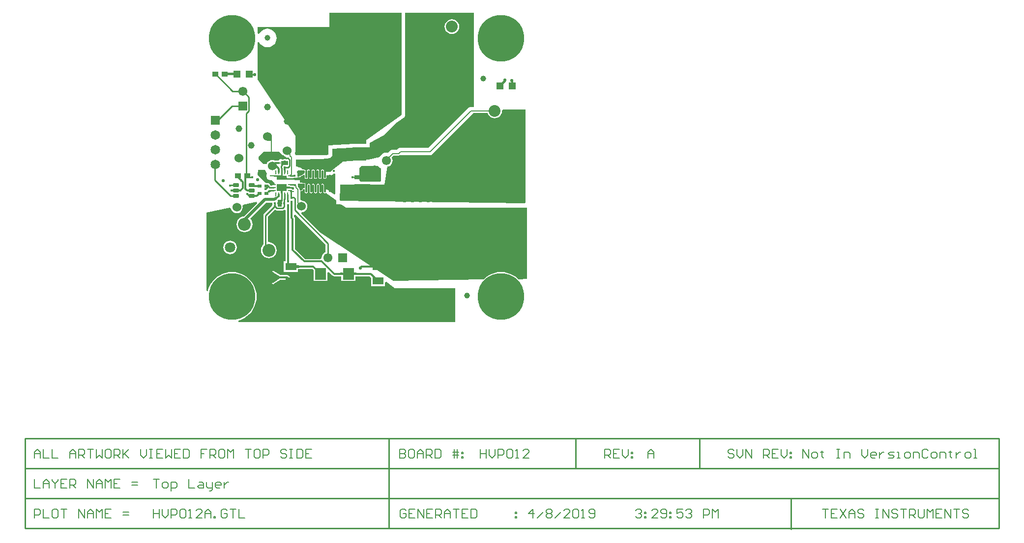
<source format=gtl>
G04*
G04 #@! TF.GenerationSoftware,Altium Limited,Altium Designer,18.1.9 (240)*
G04*
G04 Layer_Physical_Order=1*
G04 Layer_Color=255*
%FSAX25Y25*%
%MOIN*%
G70*
G01*
G75*
%ADD16C,0.01000*%
%ADD17C,0.00800*%
%ADD19C,0.00500*%
G04:AMPARAMS|DCode=28|XSize=9.84mil|YSize=23.62mil|CornerRadius=1.97mil|HoleSize=0mil|Usage=FLASHONLY|Rotation=90.000|XOffset=0mil|YOffset=0mil|HoleType=Round|Shape=RoundedRectangle|*
%AMROUNDEDRECTD28*
21,1,0.00984,0.01968,0,0,90.0*
21,1,0.00591,0.02362,0,0,90.0*
1,1,0.00394,0.00984,0.00295*
1,1,0.00394,0.00984,-0.00295*
1,1,0.00394,-0.00984,-0.00295*
1,1,0.00394,-0.00984,0.00295*
%
%ADD28ROUNDEDRECTD28*%
G04:AMPARAMS|DCode=29|XSize=9.84mil|YSize=23.62mil|CornerRadius=1.97mil|HoleSize=0mil|Usage=FLASHONLY|Rotation=0.000|XOffset=0mil|YOffset=0mil|HoleType=Round|Shape=RoundedRectangle|*
%AMROUNDEDRECTD29*
21,1,0.00984,0.01968,0,0,0.0*
21,1,0.00591,0.02362,0,0,0.0*
1,1,0.00394,0.00295,-0.00984*
1,1,0.00394,-0.00295,-0.00984*
1,1,0.00394,-0.00295,0.00984*
1,1,0.00394,0.00295,0.00984*
%
%ADD29ROUNDEDRECTD29*%
%ADD30R,0.10630X0.05118*%
%ADD31R,0.01575X0.01575*%
%ADD32R,0.03150X0.01575*%
%ADD33R,0.06300X0.05000*%
%ADD34R,0.13780X0.06299*%
%ADD35R,0.03937X0.03740*%
%ADD36R,0.01575X0.01575*%
%ADD37R,0.01575X0.03150*%
%ADD38R,0.08661X0.16535*%
%ADD40R,0.04724X0.04724*%
%ADD41C,0.03937*%
%ADD44R,0.03150X0.02362*%
%ADD45R,0.01811X0.01654*%
%ADD46R,0.10827X0.02559*%
%ADD47R,0.01654X0.01811*%
%ADD48R,0.07480X0.05118*%
%ADD49R,0.07480X0.07874*%
G04:AMPARAMS|DCode=50|XSize=23.62mil|YSize=39.37mil|CornerRadius=2.01mil|HoleSize=0mil|Usage=FLASHONLY|Rotation=90.000|XOffset=0mil|YOffset=0mil|HoleType=Round|Shape=RoundedRectangle|*
%AMROUNDEDRECTD50*
21,1,0.02362,0.03535,0,0,90.0*
21,1,0.01961,0.03937,0,0,90.0*
1,1,0.00402,0.01768,0.00980*
1,1,0.00402,0.01768,-0.00980*
1,1,0.00402,-0.01768,-0.00980*
1,1,0.00402,-0.01768,0.00980*
%
%ADD50ROUNDEDRECTD50*%
%ADD83C,0.06496*%
%ADD84R,0.06496X0.06496*%
G04:AMPARAMS|DCode=92|XSize=29.53mil|YSize=66.93mil|CornerRadius=1.92mil|HoleSize=0mil|Usage=FLASHONLY|Rotation=90.000|XOffset=0mil|YOffset=0mil|HoleType=Round|Shape=RoundedRectangle|*
%AMROUNDEDRECTD92*
21,1,0.02953,0.06309,0,0,90.0*
21,1,0.02569,0.06693,0,0,90.0*
1,1,0.00384,0.03155,0.01284*
1,1,0.00384,0.03155,-0.01284*
1,1,0.00384,-0.03155,-0.01284*
1,1,0.00384,-0.03155,0.01284*
%
%ADD92ROUNDEDRECTD92*%
G04:AMPARAMS|DCode=93|XSize=47.24mil|YSize=66.93mil|CornerRadius=1.89mil|HoleSize=0mil|Usage=FLASHONLY|Rotation=90.000|XOffset=0mil|YOffset=0mil|HoleType=Round|Shape=RoundedRectangle|*
%AMROUNDEDRECTD93*
21,1,0.04724,0.06315,0,0,90.0*
21,1,0.04347,0.06693,0,0,90.0*
1,1,0.00378,0.03158,0.02173*
1,1,0.00378,0.03158,-0.02173*
1,1,0.00378,-0.03158,-0.02173*
1,1,0.00378,-0.03158,0.02173*
%
%ADD93ROUNDEDRECTD93*%
%ADD94R,0.02362X0.02362*%
%ADD95R,0.03000X0.01000*%
%ADD96O,0.01102X0.05756*%
%ADD97O,0.01102X0.02598*%
%ADD98C,0.01200*%
%ADD99C,0.02500*%
%ADD100C,0.02000*%
%ADD101C,0.00600*%
%ADD102C,0.01500*%
%ADD103R,0.02500X0.01000*%
%ADD104R,0.03150X0.02362*%
%ADD105R,0.02362X0.03150*%
%ADD106C,0.04600*%
%ADD107C,0.06000*%
%ADD108C,0.31496*%
%ADD109R,0.07087X0.07087*%
%ADD110C,0.07087*%
%ADD111R,0.08465X0.08465*%
%ADD112C,0.08465*%
%ADD113C,0.06102*%
%ADD114R,0.06102X0.06102*%
%ADD115R,0.08465X0.08465*%
%ADD116R,0.06102X0.06102*%
%ADD117C,0.08700*%
%ADD118C,0.08000*%
%ADD119C,0.01968*%
%ADD120C,0.01700*%
%ADD121C,0.02400*%
%ADD122C,0.02200*%
G36*
X0295200Y0320742D02*
X0268176Y0301476D01*
X0245737Y0300049D01*
X0244900Y0293600D01*
X0223200D01*
Y0306400D01*
X0197700Y0344900D01*
Y0369956D01*
X0198700Y0370207D01*
X0199074Y0369508D01*
X0199855Y0368555D01*
X0200808Y0367774D01*
X0201894Y0367193D01*
X0203074Y0366835D01*
X0204300Y0366714D01*
X0205526Y0366835D01*
X0206705Y0367193D01*
X0207792Y0367774D01*
X0208745Y0368555D01*
X0209526Y0369508D01*
X0210107Y0370594D01*
X0210465Y0371774D01*
X0210586Y0373000D01*
X0210465Y0374226D01*
X0210107Y0375405D01*
X0209526Y0376492D01*
X0208745Y0377445D01*
X0207792Y0378226D01*
X0206705Y0378807D01*
X0205526Y0379165D01*
X0204300Y0379286D01*
X0203074Y0379165D01*
X0201894Y0378807D01*
X0200808Y0378226D01*
X0199855Y0377445D01*
X0199074Y0376492D01*
X0198700Y0375793D01*
X0197700Y0376044D01*
Y0380500D01*
X0246139D01*
Y0390118D01*
X0295200D01*
Y0320742D01*
D02*
G37*
G36*
X0181228Y0347700D02*
X0179214Y0347867D01*
X0177206Y0347700D01*
Y0349500D01*
X0179214Y0349333D01*
X0181228Y0349500D01*
Y0347700D01*
D02*
G37*
G36*
X0370834Y0343321D02*
X0369634Y0342838D01*
X0369379Y0343549D01*
X0370798Y0343784D01*
X0370834Y0343321D01*
D02*
G37*
G36*
X0379200Y0261412D02*
X0378488Y0260710D01*
X0253700Y0262400D01*
Y0273400D01*
X0283700D01*
X0285603Y0285680D01*
X0286158Y0285753D01*
X0287143Y0286161D01*
X0287989Y0286811D01*
X0288639Y0287657D01*
X0289047Y0288642D01*
X0289186Y0289700D01*
X0289047Y0290757D01*
X0288639Y0291743D01*
X0288468Y0291966D01*
X0289778Y0293275D01*
X0293295D01*
X0293782Y0293372D01*
X0293824Y0293400D01*
X0313200Y0293400D01*
X0315200D01*
X0343974Y0322174D01*
X0353537D01*
X0354032Y0320978D01*
X0354834Y0319934D01*
X0355878Y0319132D01*
X0357095Y0318629D01*
X0358400Y0318457D01*
X0359705Y0318629D01*
X0360922Y0319132D01*
X0361966Y0319934D01*
X0362768Y0320978D01*
X0363271Y0322195D01*
X0363443Y0323500D01*
X0363424Y0323648D01*
X0364083Y0324400D01*
X0379200D01*
Y0261412D01*
D02*
G37*
G36*
X0207242Y0303511D02*
X0206889Y0303158D01*
X0204071Y0303109D01*
X0207291Y0306329D01*
X0207242Y0303511D01*
D02*
G37*
G36*
X0344400Y0346271D02*
X0344314Y0345400D01*
X0344400Y0344529D01*
Y0326223D01*
X0342371D01*
X0342016Y0326177D01*
X0341670Y0326131D01*
X0341668Y0326131D01*
X0341666Y0326130D01*
X0341341Y0325996D01*
X0341012Y0325860D01*
X0341011Y0325859D01*
X0341009Y0325858D01*
X0340731Y0325645D01*
X0340448Y0325428D01*
X0313526Y0298573D01*
X0294645D01*
X0293953Y0298482D01*
X0293308Y0298215D01*
X0292755Y0297790D01*
X0292188Y0297223D01*
X0289250D01*
X0288558Y0297132D01*
X0287914Y0296865D01*
X0287360Y0296440D01*
X0286000Y0295080D01*
X0285100Y0295198D01*
X0283677Y0295011D01*
X0282351Y0294461D01*
X0281212Y0293588D01*
X0280338Y0292449D01*
X0280219Y0292160D01*
X0273079Y0290379D01*
X0255800Y0289100D01*
X0249197Y0284034D01*
X0248912Y0283977D01*
X0248499Y0283701D01*
X0248222Y0283288D01*
X0248222Y0283286D01*
X0246807Y0282200D01*
X0242582D01*
Y0282927D01*
X0242508Y0283298D01*
X0242298Y0283612D01*
X0241983Y0283823D01*
X0241612Y0283896D01*
X0241241Y0283823D01*
X0240926Y0283612D01*
X0240716Y0283298D01*
X0240642Y0282927D01*
Y0282200D01*
X0239432D01*
Y0282927D01*
X0239358Y0283298D01*
X0239148Y0283612D01*
X0238833Y0283823D01*
X0238462Y0283896D01*
X0238091Y0283823D01*
X0237776Y0283612D01*
X0237566Y0283298D01*
X0237492Y0282927D01*
Y0282200D01*
X0236282D01*
Y0282927D01*
X0236209Y0283298D01*
X0235998Y0283612D01*
X0235684Y0283823D01*
X0235313Y0283896D01*
X0234942Y0283823D01*
X0234627Y0283612D01*
X0234417Y0283298D01*
X0234343Y0282927D01*
Y0282200D01*
X0233133D01*
Y0282927D01*
X0233059Y0283298D01*
X0232849Y0283612D01*
X0232534Y0283823D01*
X0232163Y0283896D01*
X0231792Y0283823D01*
X0231477Y0283612D01*
X0231321Y0283379D01*
X0231151Y0283267D01*
X0230232Y0283022D01*
X0229911Y0283288D01*
X0229909Y0283298D01*
X0229699Y0283612D01*
X0229384Y0283823D01*
X0229013Y0283896D01*
X0228642Y0283823D01*
X0228466Y0283705D01*
X0227283Y0284642D01*
X0224800Y0285512D01*
Y0290405D01*
X0242030Y0290620D01*
X0243344Y0291153D01*
X0244900D01*
X0245216Y0291216D01*
X0245538Y0291237D01*
X0245664Y0291300D01*
X0248150D01*
Y0297751D01*
X0260709Y0298550D01*
X0261315D01*
Y0298588D01*
X0262282Y0298650D01*
X0273615D01*
Y0301704D01*
X0283007Y0306737D01*
X0292308Y0315675D01*
X0296620Y0318749D01*
X0296761Y0318898D01*
X0296930Y0319012D01*
X0297084Y0319243D01*
X0297275Y0319445D01*
X0297347Y0319636D01*
X0297461Y0319806D01*
X0297515Y0320078D01*
X0297613Y0320338D01*
X0297607Y0320542D01*
X0297647Y0320742D01*
Y0390118D01*
X0344400D01*
Y0346271D01*
D02*
G37*
G36*
X0214500Y0293400D02*
X0214969D01*
X0215483Y0293006D01*
X0216456Y0292603D01*
X0216616Y0292582D01*
X0217326Y0291631D01*
X0217195Y0291051D01*
X0216722Y0290843D01*
X0216000Y0290986D01*
X0215278Y0290843D01*
X0215237Y0290815D01*
Y0290599D01*
X0213126Y0290775D01*
X0212638D01*
Y0290724D01*
X0212000Y0289831D01*
X0209700D01*
X0209257Y0289743D01*
X0208644Y0289997D01*
X0207600Y0290134D01*
X0206556Y0289997D01*
X0205583Y0289594D01*
X0204747Y0288953D01*
X0204106Y0288117D01*
X0203809Y0287400D01*
X0201600D01*
X0198300Y0290700D01*
Y0292200D01*
X0201800Y0295700D01*
X0212200D01*
X0214500Y0293400D01*
D02*
G37*
G36*
X0216469Y0281880D02*
X0215469D01*
X0215370Y0284287D01*
X0216567D01*
X0216469Y0281880D01*
D02*
G37*
G36*
X0229200Y0280702D02*
X0229013Y0280739D01*
X0228642Y0280665D01*
X0228328Y0280455D01*
X0228117Y0280140D01*
X0228077Y0279939D01*
X0227625D01*
X0227274Y0279869D01*
X0226977Y0279670D01*
X0226571Y0279264D01*
X0226378Y0279303D01*
X0224506D01*
Y0281427D01*
X0224300D01*
Y0282400D01*
X0225000Y0283100D01*
X0229200D01*
Y0280702D01*
D02*
G37*
G36*
X0250340Y0280714D02*
X0250400Y0280654D01*
Y0267258D01*
X0249509Y0266804D01*
X0245360Y0269829D01*
X0245314Y0269850D01*
X0245278Y0269886D01*
X0244882Y0270050D01*
X0244494Y0270230D01*
X0244443Y0270232D01*
X0244396Y0270251D01*
X0243968D01*
X0243841Y0270256D01*
X0243798Y0270303D01*
X0243515Y0270506D01*
X0243316Y0270597D01*
X0243141Y0270728D01*
X0242886Y0270793D01*
X0242682Y0270886D01*
Y0273227D01*
X0242608Y0273598D01*
X0242398Y0273912D01*
X0242083Y0274123D01*
X0241712Y0274197D01*
X0241341Y0274123D01*
X0241026Y0273912D01*
X0240816Y0273598D01*
X0240742Y0273227D01*
X0239742Y0272676D01*
X0239532Y0272803D01*
Y0273227D01*
X0239458Y0273598D01*
X0239248Y0273912D01*
X0238933Y0274123D01*
X0238562Y0274197D01*
X0238191Y0274123D01*
X0237876Y0273912D01*
X0237666Y0273598D01*
X0237592Y0273227D01*
Y0273161D01*
X0237382Y0273038D01*
X0237080Y0273095D01*
X0236314Y0273570D01*
X0236309Y0273598D01*
X0236098Y0273912D01*
X0235784Y0274123D01*
X0235413Y0274197D01*
X0235041Y0274123D01*
X0234727Y0273912D01*
X0234517Y0273598D01*
X0234443Y0273227D01*
Y0273117D01*
X0234431Y0273092D01*
X0234233Y0272978D01*
X0233866Y0273069D01*
X0233174Y0273523D01*
X0233159Y0273598D01*
X0232949Y0273912D01*
X0232634Y0274123D01*
X0232263Y0274197D01*
X0231892Y0274123D01*
X0231577Y0273912D01*
X0231367Y0273598D01*
X0231293Y0273227D01*
Y0273037D01*
X0231292Y0273034D01*
X0231083Y0272917D01*
X0230642Y0273054D01*
X0230034Y0273474D01*
X0230009Y0273598D01*
X0229953Y0273682D01*
X0229932Y0274120D01*
X0229868Y0274257D01*
X0229814Y0274398D01*
X0229799Y0274405D01*
X0229791Y0274420D01*
X0229649Y0274471D01*
X0229512Y0274533D01*
X0226206Y0274623D01*
Y0276327D01*
X0223091D01*
X0222985Y0276341D01*
X0222937D01*
X0222258Y0277248D01*
X0222469Y0277773D01*
X0224506D01*
Y0278373D01*
X0226505D01*
X0226571Y0278831D01*
X0226687Y0278879D01*
X0226811Y0278904D01*
X0226836Y0278941D01*
X0226877Y0278958D01*
X0227253Y0279334D01*
X0227443Y0279461D01*
X0227668Y0279506D01*
X0228077D01*
X0228194Y0279554D01*
X0228318Y0279579D01*
X0228675Y0279659D01*
X0229312Y0279283D01*
X0229618Y0278994D01*
Y0278273D01*
X0229692Y0277902D01*
X0229902Y0277587D01*
X0230217Y0277377D01*
X0230588Y0277303D01*
X0230959Y0277377D01*
X0231274Y0277587D01*
X0231484Y0277902D01*
X0231558Y0278273D01*
Y0278355D01*
X0232558Y0278941D01*
X0232768Y0278823D01*
Y0278273D01*
X0232842Y0277902D01*
X0233052Y0277587D01*
X0233367Y0277377D01*
X0233738Y0277303D01*
X0234109Y0277377D01*
X0234424Y0277587D01*
X0234634Y0277902D01*
X0234708Y0278273D01*
Y0278526D01*
X0235313Y0278879D01*
X0235918Y0278526D01*
Y0278273D01*
X0235991Y0277902D01*
X0236202Y0277587D01*
X0236516Y0277377D01*
X0236887Y0277303D01*
X0237259Y0277377D01*
X0237573Y0277587D01*
X0237783Y0277902D01*
X0237857Y0278273D01*
Y0278526D01*
X0238462Y0278879D01*
X0239067Y0278526D01*
Y0278273D01*
X0239141Y0277902D01*
X0239351Y0277587D01*
X0239666Y0277377D01*
X0240037Y0277303D01*
X0240408Y0277377D01*
X0240723Y0277587D01*
X0240933Y0277902D01*
X0241007Y0278273D01*
Y0278526D01*
X0241612Y0278879D01*
X0242217Y0278526D01*
Y0278273D01*
X0242291Y0277902D01*
X0242501Y0277587D01*
X0242815Y0277377D01*
X0243187Y0277303D01*
X0243558Y0277377D01*
X0243872Y0277587D01*
X0244083Y0277902D01*
X0244156Y0278273D01*
Y0279753D01*
X0246807D01*
X0247121Y0279815D01*
X0247440Y0279836D01*
X0247585Y0279908D01*
X0247743Y0279939D01*
X0248009Y0280117D01*
X0248296Y0280258D01*
X0249400Y0281105D01*
X0250340Y0280714D01*
D02*
G37*
G36*
X0217829Y0277884D02*
X0219512Y0277853D01*
Y0276853D01*
X0217277Y0276823D01*
X0217281Y0276890D01*
X0216362Y0277235D01*
X0215343Y0276853D01*
X0214886Y0277853D01*
X0215397Y0278432D01*
X0216306Y0277256D01*
X0216362Y0277235D01*
X0216419Y0277256D01*
X0217327Y0278432D01*
X0217829Y0277884D01*
D02*
G37*
G36*
X0186827Y0277141D02*
X0185809Y0276124D01*
X0185420Y0276682D01*
X0186268Y0277531D01*
X0186827Y0277141D01*
D02*
G37*
G36*
X0280700Y0284900D02*
X0281200Y0284400D01*
Y0275900D01*
X0280700Y0275400D01*
X0267700D01*
X0266700Y0276400D01*
Y0284900D01*
X0268000Y0286200D01*
X0279400D01*
X0280700Y0284900D01*
D02*
G37*
G36*
X0187980Y0275818D02*
X0187132Y0274970D01*
X0186574Y0275359D01*
X0187591Y0276376D01*
X0187980Y0275818D01*
D02*
G37*
G36*
X0203848Y0280849D02*
X0203839Y0280836D01*
X0203653Y0279900D01*
Y0278900D01*
X0203839Y0277963D01*
X0204370Y0277170D01*
X0205164Y0276639D01*
X0206100Y0276453D01*
X0207089D01*
X0209141Y0274541D01*
X0209105Y0273732D01*
X0208435Y0273029D01*
X0206434D01*
X0206137Y0273326D01*
Y0274781D01*
X0203019D01*
X0201800Y0276000D01*
X0197750Y0280050D01*
X0198073Y0283418D01*
X0198300Y0283500D01*
X0202600D01*
X0203848Y0280849D01*
D02*
G37*
G36*
X0222401Y0273718D02*
X0222413Y0272693D01*
X0219512Y0272916D01*
Y0273916D01*
X0222401Y0273718D01*
D02*
G37*
G36*
X0229500Y0274100D02*
X0229655Y0270851D01*
X0229485Y0270965D01*
X0229113Y0271039D01*
X0228742Y0270965D01*
X0228428Y0270755D01*
X0228217Y0270440D01*
X0228168Y0270194D01*
X0227951Y0270049D01*
X0227752Y0269751D01*
X0227682Y0269400D01*
X0226200D01*
X0226174Y0269425D01*
Y0270100D01*
X0226078Y0270588D01*
X0225801Y0271001D01*
X0224806Y0271996D01*
Y0274006D01*
X0225022Y0274222D01*
X0229500Y0274100D01*
D02*
G37*
G36*
X0217670Y0272021D02*
X0219501Y0271989D01*
Y0270989D01*
X0217740Y0270958D01*
X0216974Y0270676D01*
X0216932Y0272250D01*
X0217670Y0272021D01*
D02*
G37*
G36*
X0221673Y0271691D02*
X0220976Y0270437D01*
X0220372Y0270947D01*
X0220635Y0271947D01*
X0221673Y0271691D01*
D02*
G37*
G36*
X0214489Y0266082D02*
X0213489D01*
X0213239Y0269094D01*
X0214739D01*
X0214489Y0266082D01*
D02*
G37*
G36*
X0197380Y0260864D02*
X0188354Y0251837D01*
X0187403Y0251712D01*
X0186102Y0251173D01*
X0184984Y0250316D01*
X0184127Y0249198D01*
X0183588Y0247897D01*
X0183404Y0246500D01*
X0183588Y0245103D01*
X0184127Y0243802D01*
X0184984Y0242684D01*
X0186102Y0241827D01*
X0187403Y0241288D01*
X0188800Y0241104D01*
X0190197Y0241288D01*
X0191498Y0241827D01*
X0192616Y0242684D01*
X0193473Y0243802D01*
X0194012Y0245103D01*
X0194196Y0246500D01*
X0194012Y0247897D01*
X0193473Y0249198D01*
X0192616Y0250315D01*
X0192615Y0250331D01*
X0203545Y0261261D01*
X0207663D01*
Y0259738D01*
X0207457Y0259430D01*
X0207382Y0259054D01*
X0201947Y0253619D01*
X0201616Y0253123D01*
X0201500Y0252537D01*
Y0232804D01*
X0201384Y0232716D01*
X0200527Y0231598D01*
X0199988Y0230296D01*
X0199804Y0228900D01*
X0199988Y0227503D01*
X0200527Y0226202D01*
X0201384Y0225084D01*
X0202502Y0224227D01*
X0203803Y0223688D01*
X0205200Y0223504D01*
X0206597Y0223688D01*
X0207898Y0224227D01*
X0209016Y0225084D01*
X0209873Y0226202D01*
X0210412Y0227503D01*
X0210596Y0228900D01*
X0210412Y0230296D01*
X0209873Y0231598D01*
X0209016Y0232716D01*
X0207898Y0233573D01*
X0206597Y0234112D01*
X0205200Y0234296D01*
X0204558Y0234859D01*
Y0251904D01*
X0209270Y0256616D01*
X0209529Y0256356D01*
X0210026Y0256025D01*
X0210611Y0255908D01*
X0214589D01*
X0215174Y0256025D01*
X0215569Y0256288D01*
X0216243Y0256119D01*
X0216569Y0255984D01*
Y0221380D01*
X0215421D01*
Y0214262D01*
X0224901D01*
Y0215983D01*
X0227389Y0216190D01*
X0234642D01*
X0235499Y0215333D01*
Y0207963D01*
X0244980D01*
Y0213779D01*
X0245903Y0214162D01*
X0248319Y0211746D01*
X0248848Y0211393D01*
X0249472Y0211269D01*
X0251932D01*
X0254420Y0211062D01*
Y0207963D01*
X0263901D01*
Y0211062D01*
X0266389Y0211269D01*
X0273569D01*
X0274499Y0210144D01*
Y0204420D01*
X0283980D01*
Y0207146D01*
X0284877Y0207587D01*
X0290636Y0203134D01*
X0331500Y0203134D01*
X0331500Y0180182D01*
X0184615D01*
X0184516Y0181182D01*
X0184544Y0181188D01*
X0186623Y0181894D01*
X0188592Y0182865D01*
X0190417Y0184084D01*
X0192068Y0185532D01*
X0193516Y0187182D01*
X0194735Y0189008D01*
X0195706Y0190977D01*
X0196412Y0193056D01*
X0196840Y0195209D01*
X0196984Y0197400D01*
X0196840Y0199591D01*
X0196412Y0201744D01*
X0195706Y0203823D01*
X0194735Y0205792D01*
X0193516Y0207617D01*
X0192068Y0209268D01*
X0190417Y0210716D01*
X0188592Y0211935D01*
X0186623Y0212906D01*
X0184544Y0213612D01*
X0182391Y0214040D01*
X0180200Y0214184D01*
X0178009Y0214040D01*
X0175856Y0213612D01*
X0173777Y0212906D01*
X0171808Y0211935D01*
X0169983Y0210716D01*
X0168332Y0209268D01*
X0166884Y0207617D01*
X0165665Y0205792D01*
X0164694Y0203823D01*
X0163988Y0201744D01*
X0163882Y0201213D01*
X0162882Y0201312D01*
Y0254544D01*
X0178477Y0257844D01*
X0179590Y0257057D01*
X0179603Y0256956D01*
X0180006Y0255983D01*
X0180647Y0255147D01*
X0181483Y0254506D01*
X0182456Y0254103D01*
X0183500Y0253965D01*
X0184544Y0254103D01*
X0185517Y0254506D01*
X0186353Y0255147D01*
X0186994Y0255983D01*
X0187397Y0256956D01*
X0187534Y0258000D01*
X0187397Y0259044D01*
X0187805Y0259818D01*
X0196904Y0261743D01*
X0197380Y0260864D01*
D02*
G37*
G36*
X0243671Y0232942D02*
Y0227651D01*
X0243157Y0227439D01*
X0242311Y0226789D01*
X0241661Y0225943D01*
X0241253Y0224957D01*
X0241114Y0223900D01*
X0240233Y0222931D01*
X0229976D01*
X0223031Y0229876D01*
Y0250132D01*
X0222907Y0250757D01*
X0222553Y0251286D01*
X0222431Y0251408D01*
Y0252875D01*
X0223355Y0253257D01*
X0243671Y0232942D01*
D02*
G37*
G36*
X0227489Y0218421D02*
Y0217221D01*
X0223877Y0216921D01*
Y0218721D01*
X0227489Y0218421D01*
D02*
G37*
G36*
X0268480Y0217332D02*
X0268092Y0216779D01*
X0267079Y0217792D01*
X0267632Y0218180D01*
X0268480Y0217332D01*
D02*
G37*
G36*
X0266489Y0213500D02*
Y0212300D01*
X0262877Y0212000D01*
Y0213800D01*
X0266489Y0213500D01*
D02*
G37*
G36*
X0255445Y0212000D02*
X0251833Y0212300D01*
Y0213500D01*
X0255445Y0213800D01*
Y0212000D01*
D02*
G37*
G36*
X0277879Y0210526D02*
X0275511Y0210520D01*
X0273894Y0212476D01*
X0274995Y0213071D01*
X0277879Y0210526D01*
D02*
G37*
G36*
X0229090Y0269824D02*
X0229718Y0269295D01*
Y0268573D01*
X0229792Y0268202D01*
X0230002Y0267887D01*
X0230317Y0267677D01*
X0230688Y0267603D01*
X0231059Y0267677D01*
X0231374Y0267887D01*
X0231584Y0268202D01*
X0231658Y0268573D01*
Y0269702D01*
X0231868Y0269785D01*
X0232868Y0269106D01*
Y0268573D01*
X0232942Y0268202D01*
X0233152Y0267887D01*
X0233467Y0267677D01*
X0233838Y0267603D01*
X0234209Y0267677D01*
X0234524Y0267887D01*
X0234734Y0268202D01*
X0234808Y0268573D01*
Y0269759D01*
X0235018Y0269842D01*
X0236018Y0269159D01*
Y0268573D01*
X0236091Y0268202D01*
X0236302Y0267887D01*
X0236616Y0267677D01*
X0236987Y0267603D01*
X0237358Y0267677D01*
X0237673Y0267887D01*
X0237883Y0268202D01*
X0237957Y0268573D01*
Y0269816D01*
X0238167Y0269897D01*
X0239167Y0269210D01*
Y0268573D01*
X0239241Y0268202D01*
X0239451Y0267887D01*
X0239766Y0267677D01*
X0240137Y0267603D01*
X0240508Y0267677D01*
X0240823Y0267887D01*
X0241022Y0268185D01*
X0241056Y0268210D01*
X0242003Y0268525D01*
X0242085Y0268521D01*
X0242368Y0268317D01*
X0242391Y0268202D01*
X0242601Y0267887D01*
X0242916Y0267677D01*
X0243287Y0267603D01*
X0243658Y0267677D01*
X0243918Y0267851D01*
X0250885Y0262773D01*
Y0260150D01*
X0252745D01*
X0252749Y0260149D01*
X0252764Y0260139D01*
X0253216Y0260049D01*
X0253667Y0259953D01*
X0254773Y0259938D01*
X0257700Y0257805D01*
X0380218D01*
Y0209348D01*
X0374556Y0209279D01*
X0372917Y0210716D01*
X0371092Y0211935D01*
X0369123Y0212906D01*
X0367044Y0213612D01*
X0364891Y0214040D01*
X0362700Y0214184D01*
X0360509Y0214040D01*
X0358356Y0213612D01*
X0356277Y0212906D01*
X0354308Y0211935D01*
X0352483Y0210716D01*
X0350832Y0209268D01*
X0350583Y0208984D01*
X0289543Y0208234D01*
X0239392Y0241546D01*
X0227263Y0253675D01*
X0227316Y0254055D01*
X0227654Y0254699D01*
X0228444Y0254803D01*
X0229417Y0255206D01*
X0230253Y0255847D01*
X0230894Y0256683D01*
X0231297Y0257656D01*
X0231434Y0258700D01*
X0231297Y0259744D01*
X0230894Y0260717D01*
X0230253Y0261553D01*
X0229417Y0262194D01*
X0228444Y0262597D01*
X0227400Y0262734D01*
X0226724Y0263332D01*
X0226765Y0268967D01*
X0227682D01*
X0227799Y0269015D01*
X0227923Y0269040D01*
X0227947Y0269077D01*
X0227989Y0269094D01*
X0228037Y0269210D01*
X0228107Y0269315D01*
X0228160Y0269582D01*
X0228263Y0269737D01*
X0228409Y0269834D01*
X0228409D01*
X0228434Y0269871D01*
X0228838Y0269955D01*
X0229090Y0269824D01*
D02*
G37*
%LPC*%
G36*
X0329400Y0385743D02*
X0328095Y0385571D01*
X0326878Y0385067D01*
X0325834Y0384266D01*
X0325032Y0383222D01*
X0324529Y0382005D01*
X0324357Y0380700D01*
X0324529Y0379395D01*
X0325032Y0378178D01*
X0325834Y0377134D01*
X0326878Y0376332D01*
X0328095Y0375829D01*
X0329400Y0375657D01*
X0330705Y0375829D01*
X0331922Y0376332D01*
X0332966Y0377134D01*
X0333768Y0378178D01*
X0334271Y0379395D01*
X0334443Y0380700D01*
X0334271Y0382005D01*
X0333768Y0383222D01*
X0332966Y0384266D01*
X0331922Y0385067D01*
X0330705Y0385571D01*
X0329400Y0385743D01*
D02*
G37*
G36*
X0179000Y0235382D02*
X0177814Y0235226D01*
X0176709Y0234769D01*
X0175760Y0234040D01*
X0175031Y0233091D01*
X0174574Y0231986D01*
X0174417Y0230800D01*
X0174574Y0229614D01*
X0175031Y0228509D01*
X0175760Y0227560D01*
X0176709Y0226831D01*
X0177814Y0226374D01*
X0179000Y0226217D01*
X0180186Y0226374D01*
X0181291Y0226831D01*
X0182240Y0227560D01*
X0182969Y0228509D01*
X0183426Y0229614D01*
X0183582Y0230800D01*
X0183426Y0231986D01*
X0182969Y0233091D01*
X0182240Y0234040D01*
X0181291Y0234769D01*
X0180186Y0235226D01*
X0179000Y0235382D01*
D02*
G37*
G36*
X0208212Y0214898D02*
X0208114Y0214878D01*
X0208013Y0214878D01*
X0207921Y0214840D01*
X0207822Y0214820D01*
X0207739Y0214764D01*
X0207646Y0214726D01*
X0207575Y0214655D01*
X0207491Y0214599D01*
X0207435Y0214516D01*
X0207365Y0214445D01*
X0207326Y0214352D01*
X0207270Y0214268D01*
X0207251Y0214170D01*
X0207212Y0214077D01*
X0207212Y0213977D01*
X0207193Y0213878D01*
Y0212031D01*
X0204200D01*
X0203576Y0211907D01*
X0203046Y0211553D01*
X0202693Y0211024D01*
X0202569Y0210400D01*
X0202693Y0209776D01*
X0203046Y0209246D01*
X0203576Y0208893D01*
X0204200Y0208769D01*
X0207193D01*
Y0206922D01*
X0207212Y0206823D01*
X0207212Y0206722D01*
X0207251Y0206630D01*
X0207270Y0206531D01*
X0207326Y0206448D01*
X0207365Y0206355D01*
X0207435Y0206284D01*
X0207491Y0206201D01*
X0207575Y0206145D01*
X0207646Y0206074D01*
X0207738Y0206035D01*
X0207822Y0205980D01*
X0207921Y0205960D01*
X0208013Y0205922D01*
X0208114Y0205922D01*
X0208212Y0205902D01*
X0208311Y0205922D01*
X0208411Y0205922D01*
X0208504Y0205960D01*
X0208602Y0205980D01*
X0208686Y0206035D01*
X0208779Y0206074D01*
X0212810Y0208769D01*
X0217064D01*
X0219007Y0206825D01*
X0219536Y0206471D01*
X0220161Y0206347D01*
X0220785Y0206471D01*
X0221314Y0206825D01*
X0221668Y0207354D01*
X0221792Y0207979D01*
X0221668Y0208603D01*
X0221314Y0209132D01*
X0218893Y0211553D01*
X0218364Y0211907D01*
X0217739Y0212031D01*
X0212810D01*
X0208779Y0214726D01*
X0208686Y0214764D01*
X0208602Y0214820D01*
X0208504Y0214840D01*
X0208411Y0214878D01*
X0208311Y0214878D01*
X0208212Y0214898D01*
D02*
G37*
%LPD*%
G36*
X0212518Y0211000D02*
Y0209800D01*
X0208212Y0206922D01*
Y0213878D01*
X0212518Y0211000D01*
D02*
G37*
G54D16*
X0218251Y0291300D02*
X0219362Y0290189D01*
X0216900Y0291300D02*
X0218251D01*
X0216900Y0291200D02*
Y0291300D01*
X0192600Y0348100D02*
X0195800D01*
X0205600Y0269062D02*
Y0269200D01*
X0205062Y0269000D02*
X0205300Y0268762D01*
X0203100Y0270600D02*
X0204900Y0272400D01*
X0220800Y0264796D02*
X0222124D01*
X0219501Y0269521D02*
X0220392D01*
X0212021Y0266920D02*
Y0266962D01*
X0214425Y0286925D02*
Y0288200D01*
X0208488Y0279321D02*
X0214000D01*
X0214886Y0277353D02*
X0219512D01*
X0215987Y0285000D02*
X0218151D01*
X0215958Y0266920D02*
Y0266962D01*
X0187200Y0337400D02*
X0191751Y0332849D01*
X0190750Y0278500D02*
X0194100D01*
X0190100Y0279150D02*
Y0321783D01*
Y0279150D02*
X0190750Y0278500D01*
X0216352Y0271489D02*
X0219501D01*
X0213989Y0262371D02*
Y0271489D01*
X0219512Y0273416D02*
X0222985D01*
X0204700Y0272600D02*
X0204900Y0272400D01*
X0203100Y0270400D02*
Y0270600D01*
X0204900Y0272400D02*
X0205700Y0271600D01*
X0203562Y0272600D02*
X0204700D01*
X0205300Y0268762D02*
X0205600Y0269062D01*
X0205800Y0271500D02*
X0208435D01*
X0179300Y0265900D02*
X0182647D01*
X0168700Y0276500D02*
X0179300Y0265900D01*
X0168700Y0276500D02*
Y0286400D01*
X0245412Y0288200D02*
X0245700D01*
X0209271Y0291350D02*
X0216000D01*
X0201700Y0278916D02*
Y0279880D01*
X0200100Y0281480D02*
X0201700Y0279880D01*
X0219512Y0279321D02*
X0222322D01*
X0203029Y0231071D02*
X0205200Y0228900D01*
X0203029Y0231071D02*
Y0252537D01*
X0209200Y0258709D01*
X0208435Y0271500D02*
X0208488Y0271447D01*
X0215968Y0281880D02*
Y0285019D01*
X0219512Y0277353D02*
X0221747D01*
X0221800Y0277300D01*
X0229035Y0269400D02*
X0229113Y0269321D01*
X0228600Y0269400D02*
X0229035D01*
X0222985Y0273416D02*
X0223001Y0273400D01*
X0225599D02*
X0228192D01*
X0229113Y0272479D01*
X0222322Y0279321D02*
X0222601Y0279600D01*
X0219512Y0271447D02*
X0221407D01*
X0221800Y0270800D02*
Y0271054D01*
X0221407Y0271447D02*
X0221800Y0271054D01*
Y0277300D02*
X0222273Y0277773D01*
X0226378D01*
X0203562Y0267500D02*
X0205062Y0269000D01*
X0201700Y0278916D02*
X0207200Y0273416D01*
X0214000Y0278239D02*
X0214886Y0277353D01*
X0214000Y0279321D02*
Y0281880D01*
Y0278239D02*
Y0279321D01*
X0206137Y0273650D02*
X0206371Y0273416D01*
X0206137Y0273650D02*
Y0274195D01*
X0205332Y0275000D02*
X0206137Y0274195D01*
X0203800Y0275000D02*
X0205332D01*
X0206371Y0273416D02*
X0207200D01*
X0226378Y0277773D02*
X0227625Y0279021D01*
X0229013D01*
X0242600Y0288200D02*
X0245412D01*
X0213600Y0286100D02*
X0214425Y0286925D01*
X0245200Y0223900D02*
Y0233575D01*
X0209200Y0258709D02*
Y0260549D01*
X0209450Y0260800D01*
X0215750D02*
Y0263894D01*
X0215968Y0264113D01*
Y0263381D02*
Y0264113D01*
Y0266920D01*
X0215750Y0258598D02*
Y0260800D01*
X0209200Y0258709D02*
X0209340D01*
X0210611Y0257438D01*
X0214589D01*
X0215750Y0258598D01*
X0217937Y0262559D02*
X0218200Y0262296D01*
X0217937Y0262559D02*
Y0264403D01*
X0220242Y0265158D02*
Y0268748D01*
X0219512Y0269479D02*
X0220242Y0268748D01*
X0222124Y0264796D02*
X0222824Y0264096D01*
Y0255952D02*
Y0264096D01*
Y0255952D02*
X0245200Y0233575D01*
X0217937Y0264403D02*
X0218000Y0264466D01*
Y0266857D01*
X0217937Y0266920D02*
X0218000Y0266857D01*
X0219512Y0269479D02*
X0220426D01*
X0213600Y0284963D02*
Y0286100D01*
Y0284963D02*
X0214000Y0284563D01*
Y0281880D02*
Y0284563D01*
X0206379Y0269479D02*
X0208488D01*
X0206000Y0269100D02*
X0206379Y0269479D01*
X0191751Y0323434D02*
Y0332849D01*
X0169200Y0348400D02*
X0180700Y0336900D01*
X0187700D01*
X0180200Y0326900D02*
X0187700D01*
X0170200Y0316900D02*
X0180200Y0326900D01*
X0179119Y0272900D02*
X0179359Y0273140D01*
X0182887D01*
X0182647Y0265900D02*
X0182887Y0265660D01*
X0202200Y0276600D02*
X0203800Y0275000D01*
X0202200Y0276600D02*
Y0277900D01*
X0219362Y0286211D02*
Y0290189D01*
X0218151Y0285000D02*
X0219362Y0286211D01*
X0190100Y0321783D02*
X0191751Y0323434D01*
X0365100Y0344300D02*
X0365300D01*
X0497200Y0080717D02*
Y0101050D01*
X0413200Y0080717D02*
Y0101050D01*
X0040000Y0080717D02*
X0700200D01*
X0040000Y0060383D02*
X0700000D01*
X0040000Y0040050D02*
X0440500D01*
X0040050Y0101050D02*
X0700200D01*
X0040050Y0040050D02*
Y0101050D01*
Y0040050D02*
X0197600D01*
X0040000D02*
Y0101050D01*
X0286500Y0040050D02*
Y0101050D01*
X0700200Y0040050D02*
Y0101050D01*
X0440500Y0040050D02*
X0700200D01*
X0559400Y0039400D02*
Y0059683D01*
G54D17*
X0126900Y0073549D02*
X0130899D01*
X0128899D01*
Y0067551D01*
X0133898D02*
X0135897D01*
X0136897Y0068550D01*
Y0070550D01*
X0135897Y0071549D01*
X0133898D01*
X0132898Y0070550D01*
Y0068550D01*
X0133898Y0067551D01*
X0138896Y0065551D02*
Y0071549D01*
X0141895D01*
X0142895Y0070550D01*
Y0068550D01*
X0141895Y0067551D01*
X0138896D01*
X0150892Y0073549D02*
Y0067551D01*
X0154891D01*
X0157890Y0071549D02*
X0159889D01*
X0160889Y0070550D01*
Y0067551D01*
X0157890D01*
X0156890Y0068550D01*
X0157890Y0069550D01*
X0160889D01*
X0162888Y0071549D02*
Y0068550D01*
X0163888Y0067551D01*
X0166887D01*
Y0066551D01*
X0165887Y0065551D01*
X0164888D01*
X0166887Y0067551D02*
Y0071549D01*
X0171885Y0067551D02*
X0169886D01*
X0168886Y0068550D01*
Y0070550D01*
X0169886Y0071549D01*
X0171885D01*
X0172885Y0070550D01*
Y0069550D01*
X0168886D01*
X0174884Y0071549D02*
Y0067551D01*
Y0069550D01*
X0175884Y0070550D01*
X0176884Y0071549D01*
X0177884D01*
X0567400Y0087833D02*
Y0093831D01*
X0571399Y0087833D01*
Y0093831D01*
X0574398Y0087833D02*
X0576397D01*
X0577397Y0088833D01*
Y0090832D01*
X0576397Y0091832D01*
X0574398D01*
X0573398Y0090832D01*
Y0088833D01*
X0574398Y0087833D01*
X0580396Y0092832D02*
Y0091832D01*
X0579396D01*
X0581395D01*
X0580396D01*
Y0088833D01*
X0581395Y0087833D01*
X0590393Y0093831D02*
X0592392D01*
X0591392D01*
Y0087833D01*
X0590393D01*
X0592392D01*
X0595391D02*
Y0091832D01*
X0598390D01*
X0599390Y0090832D01*
Y0087833D01*
X0607387Y0093831D02*
Y0089833D01*
X0609386Y0087833D01*
X0611386Y0089833D01*
Y0093831D01*
X0616384Y0087833D02*
X0614385D01*
X0613385Y0088833D01*
Y0090832D01*
X0614385Y0091832D01*
X0616384D01*
X0617384Y0090832D01*
Y0089833D01*
X0613385D01*
X0619383Y0091832D02*
Y0087833D01*
Y0089833D01*
X0620383Y0090832D01*
X0621383Y0091832D01*
X0622382D01*
X0625381Y0087833D02*
X0628380D01*
X0629380Y0088833D01*
X0628380Y0089833D01*
X0626381D01*
X0625381Y0090832D01*
X0626381Y0091832D01*
X0629380D01*
X0631379Y0087833D02*
X0633379D01*
X0632379D01*
Y0091832D01*
X0631379D01*
X0637377Y0087833D02*
X0639377D01*
X0640376Y0088833D01*
Y0090832D01*
X0639377Y0091832D01*
X0637377D01*
X0636378Y0090832D01*
Y0088833D01*
X0637377Y0087833D01*
X0642376D02*
Y0091832D01*
X0645375D01*
X0646374Y0090832D01*
Y0087833D01*
X0652373Y0092832D02*
X0651373Y0093831D01*
X0649373D01*
X0648374Y0092832D01*
Y0088833D01*
X0649373Y0087833D01*
X0651373D01*
X0652373Y0088833D01*
X0655372Y0087833D02*
X0657371D01*
X0658371Y0088833D01*
Y0090832D01*
X0657371Y0091832D01*
X0655372D01*
X0654372Y0090832D01*
Y0088833D01*
X0655372Y0087833D01*
X0660370D02*
Y0091832D01*
X0663369D01*
X0664369Y0090832D01*
Y0087833D01*
X0667368Y0092832D02*
Y0091832D01*
X0666368D01*
X0668367D01*
X0667368D01*
Y0088833D01*
X0668367Y0087833D01*
X0671366Y0091832D02*
Y0087833D01*
Y0089833D01*
X0672366Y0090832D01*
X0673366Y0091832D01*
X0674365D01*
X0678364Y0087833D02*
X0680364D01*
X0681363Y0088833D01*
Y0090832D01*
X0680364Y0091832D01*
X0678364D01*
X0677364Y0090832D01*
Y0088833D01*
X0678364Y0087833D01*
X0683362D02*
X0685362D01*
X0684362D01*
Y0093831D01*
X0683362D01*
X0520799Y0092832D02*
X0519799Y0093831D01*
X0517800D01*
X0516800Y0092832D01*
Y0091832D01*
X0517800Y0090832D01*
X0519799D01*
X0520799Y0089833D01*
Y0088833D01*
X0519799Y0087833D01*
X0517800D01*
X0516800Y0088833D01*
X0522798Y0093831D02*
Y0089833D01*
X0524797Y0087833D01*
X0526797Y0089833D01*
Y0093831D01*
X0528796Y0087833D02*
Y0093831D01*
X0532795Y0087833D01*
Y0093831D01*
X0540792Y0087833D02*
Y0093831D01*
X0543791D01*
X0544791Y0092832D01*
Y0090832D01*
X0543791Y0089833D01*
X0540792D01*
X0542792D02*
X0544791Y0087833D01*
X0550789Y0093831D02*
X0546790D01*
Y0087833D01*
X0550789D01*
X0546790Y0090832D02*
X0548790D01*
X0552788Y0093831D02*
Y0089833D01*
X0554788Y0087833D01*
X0556787Y0089833D01*
Y0093831D01*
X0558786Y0091832D02*
X0559786D01*
Y0090832D01*
X0558786D01*
Y0091832D01*
Y0088833D02*
X0559786D01*
Y0087833D01*
X0558786D01*
Y0088833D01*
X0433000Y0087833D02*
Y0093831D01*
X0435999D01*
X0436999Y0092832D01*
Y0090832D01*
X0435999Y0089833D01*
X0433000D01*
X0434999D02*
X0436999Y0087833D01*
X0442997Y0093831D02*
X0438998D01*
Y0087833D01*
X0442997D01*
X0438998Y0090832D02*
X0440997D01*
X0444996Y0093831D02*
Y0089833D01*
X0446995Y0087833D01*
X0448995Y0089833D01*
Y0093831D01*
X0450994Y0091832D02*
X0451994D01*
Y0090832D01*
X0450994D01*
Y0091832D01*
Y0088833D02*
X0451994D01*
Y0087833D01*
X0450994D01*
Y0088833D01*
X0126900Y0052965D02*
Y0046966D01*
Y0049966D01*
X0130899D01*
Y0052965D01*
Y0046966D01*
X0132898Y0052965D02*
Y0048966D01*
X0134897Y0046966D01*
X0136897Y0048966D01*
Y0052965D01*
X0138896Y0046966D02*
Y0052965D01*
X0141895D01*
X0142895Y0051965D01*
Y0049966D01*
X0141895Y0048966D01*
X0138896D01*
X0144894Y0051965D02*
X0145894Y0052965D01*
X0147893D01*
X0148893Y0051965D01*
Y0047966D01*
X0147893Y0046966D01*
X0145894D01*
X0144894Y0047966D01*
Y0051965D01*
X0150892Y0046966D02*
X0152892D01*
X0151892D01*
Y0052965D01*
X0150892Y0051965D01*
X0159889Y0046966D02*
X0155891D01*
X0159889Y0050965D01*
Y0051965D01*
X0158890Y0052965D01*
X0156890D01*
X0155891Y0051965D01*
X0161889Y0046966D02*
Y0050965D01*
X0163888Y0052965D01*
X0165887Y0050965D01*
Y0046966D01*
Y0049966D01*
X0161889D01*
X0167887Y0046966D02*
Y0047966D01*
X0168886D01*
Y0046966D01*
X0167887D01*
X0176884Y0051965D02*
X0175884Y0052965D01*
X0173885D01*
X0172885Y0051965D01*
Y0047966D01*
X0173885Y0046966D01*
X0175884D01*
X0176884Y0047966D01*
Y0049966D01*
X0174884D01*
X0178883Y0052965D02*
X0182882D01*
X0180883D01*
Y0046966D01*
X0184881Y0052965D02*
Y0046966D01*
X0188880D01*
X0384149D02*
Y0052965D01*
X0381150Y0049966D01*
X0385149D01*
X0387148Y0046966D02*
X0391147Y0050965D01*
X0393146Y0051965D02*
X0394146Y0052965D01*
X0396145D01*
X0397145Y0051965D01*
Y0050965D01*
X0396145Y0049966D01*
X0397145Y0048966D01*
Y0047966D01*
X0396145Y0046966D01*
X0394146D01*
X0393146Y0047966D01*
Y0048966D01*
X0394146Y0049966D01*
X0393146Y0050965D01*
Y0051965D01*
X0394146Y0049966D02*
X0396145D01*
X0399144Y0046966D02*
X0403143Y0050965D01*
X0409141Y0046966D02*
X0405142D01*
X0409141Y0050965D01*
Y0051965D01*
X0408141Y0052965D01*
X0406142D01*
X0405142Y0051965D01*
X0411140D02*
X0412140Y0052965D01*
X0414139D01*
X0415139Y0051965D01*
Y0047966D01*
X0414139Y0046966D01*
X0412140D01*
X0411140Y0047966D01*
Y0051965D01*
X0417138Y0046966D02*
X0419138D01*
X0418138D01*
Y0052965D01*
X0417138Y0051965D01*
X0422137Y0047966D02*
X0423136Y0046966D01*
X0425136D01*
X0426135Y0047966D01*
Y0051965D01*
X0425136Y0052965D01*
X0423136D01*
X0422137Y0051965D01*
Y0050965D01*
X0423136Y0049966D01*
X0426135D01*
X0298199Y0051965D02*
X0297199Y0052965D01*
X0295200D01*
X0294200Y0051965D01*
Y0047966D01*
X0295200Y0046966D01*
X0297199D01*
X0298199Y0047966D01*
Y0049966D01*
X0296199D01*
X0304197Y0052965D02*
X0300198D01*
Y0046966D01*
X0304197D01*
X0300198Y0049966D02*
X0302197D01*
X0306196Y0046966D02*
Y0052965D01*
X0310195Y0046966D01*
Y0052965D01*
X0316193D02*
X0312194D01*
Y0046966D01*
X0316193D01*
X0312194Y0049966D02*
X0314194D01*
X0318192Y0046966D02*
Y0052965D01*
X0321191D01*
X0322191Y0051965D01*
Y0049966D01*
X0321191Y0048966D01*
X0318192D01*
X0320192D02*
X0322191Y0046966D01*
X0324190D02*
Y0050965D01*
X0326190Y0052965D01*
X0328189Y0050965D01*
Y0046966D01*
Y0049966D01*
X0324190D01*
X0330188Y0052965D02*
X0334187D01*
X0332188D01*
Y0046966D01*
X0340185Y0052965D02*
X0336186D01*
Y0046966D01*
X0340185D01*
X0336186Y0049966D02*
X0338186D01*
X0342184Y0052965D02*
Y0046966D01*
X0345183D01*
X0346183Y0047966D01*
Y0051965D01*
X0345183Y0052965D01*
X0342184D01*
X0372175Y0050965D02*
X0373175D01*
Y0049966D01*
X0372175D01*
Y0050965D01*
Y0047966D02*
X0373175D01*
Y0046966D01*
X0372175D01*
Y0047966D01*
X0046350Y0087833D02*
Y0091832D01*
X0048349Y0093831D01*
X0050349Y0091832D01*
Y0087833D01*
Y0090832D01*
X0046350D01*
X0052348Y0093831D02*
Y0087833D01*
X0056347D01*
X0058346Y0093831D02*
Y0087833D01*
X0062345D01*
X0070342D02*
Y0091832D01*
X0072342Y0093831D01*
X0074341Y0091832D01*
Y0087833D01*
Y0090832D01*
X0070342D01*
X0076340Y0087833D02*
Y0093831D01*
X0079339D01*
X0080339Y0092832D01*
Y0090832D01*
X0079339Y0089833D01*
X0076340D01*
X0078340D02*
X0080339Y0087833D01*
X0082338Y0093831D02*
X0086337D01*
X0084338D01*
Y0087833D01*
X0088336Y0093831D02*
Y0087833D01*
X0090336Y0089833D01*
X0092335Y0087833D01*
Y0093831D01*
X0097334D02*
X0095334D01*
X0094335Y0092832D01*
Y0088833D01*
X0095334Y0087833D01*
X0097334D01*
X0098333Y0088833D01*
Y0092832D01*
X0097334Y0093831D01*
X0100332Y0087833D02*
Y0093831D01*
X0103332D01*
X0104331Y0092832D01*
Y0090832D01*
X0103332Y0089833D01*
X0100332D01*
X0102332D02*
X0104331Y0087833D01*
X0106331Y0093831D02*
Y0087833D01*
Y0089833D01*
X0110329Y0093831D01*
X0107330Y0090832D01*
X0110329Y0087833D01*
X0118327Y0093831D02*
Y0089833D01*
X0120326Y0087833D01*
X0122325Y0089833D01*
Y0093831D01*
X0124325D02*
X0126324D01*
X0125324D01*
Y0087833D01*
X0124325D01*
X0126324D01*
X0133322Y0093831D02*
X0129323D01*
Y0087833D01*
X0133322D01*
X0129323Y0090832D02*
X0131323D01*
X0135321Y0093831D02*
Y0087833D01*
X0137321Y0089833D01*
X0139320Y0087833D01*
Y0093831D01*
X0145318D02*
X0141319D01*
Y0087833D01*
X0145318D01*
X0141319Y0090832D02*
X0143319D01*
X0147317Y0093831D02*
Y0087833D01*
X0150316D01*
X0151316Y0088833D01*
Y0092832D01*
X0150316Y0093831D01*
X0147317D01*
X0163312D02*
X0159313D01*
Y0090832D01*
X0161313D01*
X0159313D01*
Y0087833D01*
X0165312D02*
Y0093831D01*
X0168310D01*
X0169310Y0092832D01*
Y0090832D01*
X0168310Y0089833D01*
X0165312D01*
X0167311D02*
X0169310Y0087833D01*
X0174309Y0093831D02*
X0172309D01*
X0171310Y0092832D01*
Y0088833D01*
X0172309Y0087833D01*
X0174309D01*
X0175308Y0088833D01*
Y0092832D01*
X0174309Y0093831D01*
X0177308Y0087833D02*
Y0093831D01*
X0179307Y0091832D01*
X0181306Y0093831D01*
Y0087833D01*
X0189304Y0093831D02*
X0193303D01*
X0191303D01*
Y0087833D01*
X0198301Y0093831D02*
X0196301D01*
X0195302Y0092832D01*
Y0088833D01*
X0196301Y0087833D01*
X0198301D01*
X0199301Y0088833D01*
Y0092832D01*
X0198301Y0093831D01*
X0201300Y0087833D02*
Y0093831D01*
X0204299D01*
X0205299Y0092832D01*
Y0090832D01*
X0204299Y0089833D01*
X0201300D01*
X0217295Y0092832D02*
X0216295Y0093831D01*
X0214296D01*
X0213296Y0092832D01*
Y0091832D01*
X0214296Y0090832D01*
X0216295D01*
X0217295Y0089833D01*
Y0088833D01*
X0216295Y0087833D01*
X0214296D01*
X0213296Y0088833D01*
X0219294Y0093831D02*
X0221293D01*
X0220294D01*
Y0087833D01*
X0219294D01*
X0221293D01*
X0224292Y0093831D02*
Y0087833D01*
X0227291D01*
X0228291Y0088833D01*
Y0092832D01*
X0227291Y0093831D01*
X0224292D01*
X0234289D02*
X0230291D01*
Y0087833D01*
X0234289D01*
X0230291Y0090832D02*
X0232290D01*
X0462150Y0087833D02*
Y0091832D01*
X0464149Y0093831D01*
X0466149Y0091832D01*
Y0087833D01*
Y0090832D01*
X0462150D01*
X0348550Y0093831D02*
Y0087833D01*
Y0090832D01*
X0352549D01*
Y0093831D01*
Y0087833D01*
X0354548Y0093831D02*
Y0089833D01*
X0356547Y0087833D01*
X0358547Y0089833D01*
Y0093831D01*
X0360546Y0087833D02*
Y0093831D01*
X0363545D01*
X0364545Y0092832D01*
Y0090832D01*
X0363545Y0089833D01*
X0360546D01*
X0366544Y0092832D02*
X0367544Y0093831D01*
X0369543D01*
X0370543Y0092832D01*
Y0088833D01*
X0369543Y0087833D01*
X0367544D01*
X0366544Y0088833D01*
Y0092832D01*
X0372542Y0087833D02*
X0374542D01*
X0373542D01*
Y0093831D01*
X0372542Y0092832D01*
X0381539Y0087833D02*
X0377541D01*
X0381539Y0091832D01*
Y0092832D01*
X0380540Y0093831D01*
X0378540D01*
X0377541Y0092832D01*
X0294000Y0093831D02*
Y0087833D01*
X0296999D01*
X0297999Y0088833D01*
Y0089833D01*
X0296999Y0090832D01*
X0294000D01*
X0296999D01*
X0297999Y0091832D01*
Y0092832D01*
X0296999Y0093831D01*
X0294000D01*
X0302997D02*
X0300998D01*
X0299998Y0092832D01*
Y0088833D01*
X0300998Y0087833D01*
X0302997D01*
X0303997Y0088833D01*
Y0092832D01*
X0302997Y0093831D01*
X0305996Y0087833D02*
Y0091832D01*
X0307996Y0093831D01*
X0309995Y0091832D01*
Y0087833D01*
Y0090832D01*
X0305996D01*
X0311994Y0087833D02*
Y0093831D01*
X0314993D01*
X0315993Y0092832D01*
Y0090832D01*
X0314993Y0089833D01*
X0311994D01*
X0313994D02*
X0315993Y0087833D01*
X0317992Y0093831D02*
Y0087833D01*
X0320991D01*
X0321991Y0088833D01*
Y0092832D01*
X0320991Y0093831D01*
X0317992D01*
X0330988Y0087833D02*
Y0093831D01*
X0332987D02*
Y0087833D01*
X0329988Y0091832D02*
X0332987D01*
X0333987D01*
X0329988Y0089833D02*
X0333987D01*
X0335986Y0091832D02*
X0336986D01*
Y0090832D01*
X0335986D01*
Y0091832D01*
Y0088833D02*
X0336986D01*
Y0087833D01*
X0335986D01*
Y0088833D01*
X0046350Y0073549D02*
Y0067551D01*
X0050349D01*
X0052348D02*
Y0071549D01*
X0054347Y0073549D01*
X0056347Y0071549D01*
Y0067551D01*
Y0070550D01*
X0052348D01*
X0058346Y0073549D02*
Y0072549D01*
X0060346Y0070550D01*
X0062345Y0072549D01*
Y0073549D01*
X0060346Y0070550D02*
Y0067551D01*
X0068343Y0073549D02*
X0064344D01*
Y0067551D01*
X0068343D01*
X0064344Y0070550D02*
X0066343D01*
X0070342Y0067551D02*
Y0073549D01*
X0073341D01*
X0074341Y0072549D01*
Y0070550D01*
X0073341Y0069550D01*
X0070342D01*
X0072342D02*
X0074341Y0067551D01*
X0082338D02*
Y0073549D01*
X0086337Y0067551D01*
Y0073549D01*
X0088336Y0067551D02*
Y0071549D01*
X0090336Y0073549D01*
X0092335Y0071549D01*
Y0067551D01*
Y0070550D01*
X0088336D01*
X0094335Y0067551D02*
Y0073549D01*
X0096334Y0071549D01*
X0098333Y0073549D01*
Y0067551D01*
X0104331Y0073549D02*
X0100332D01*
Y0067551D01*
X0104331D01*
X0100332Y0070550D02*
X0102332D01*
X0112329Y0069550D02*
X0116327D01*
X0112329Y0071549D02*
X0116327D01*
X0046350Y0046966D02*
Y0052965D01*
X0049349D01*
X0050349Y0051965D01*
Y0049966D01*
X0049349Y0048966D01*
X0046350D01*
X0052348Y0052965D02*
Y0046966D01*
X0056347D01*
X0061345Y0052965D02*
X0059346D01*
X0058346Y0051965D01*
Y0047966D01*
X0059346Y0046966D01*
X0061345D01*
X0062345Y0047966D01*
Y0051965D01*
X0061345Y0052965D01*
X0064344D02*
X0068343D01*
X0066343D01*
Y0046966D01*
X0076340D02*
Y0052965D01*
X0080339Y0046966D01*
Y0052965D01*
X0082338Y0046966D02*
Y0050965D01*
X0084338Y0052965D01*
X0086337Y0050965D01*
Y0046966D01*
Y0049966D01*
X0082338D01*
X0088336Y0046966D02*
Y0052965D01*
X0090336Y0050965D01*
X0092335Y0052965D01*
Y0046966D01*
X0098333Y0052965D02*
X0094335D01*
Y0046966D01*
X0098333D01*
X0094335Y0049966D02*
X0096334D01*
X0106331Y0048966D02*
X0110329D01*
X0106331Y0050965D02*
X0110329D01*
X0454050Y0051965D02*
X0455050Y0052965D01*
X0457049D01*
X0458049Y0051965D01*
Y0050965D01*
X0457049Y0049966D01*
X0456049D01*
X0457049D01*
X0458049Y0048966D01*
Y0047966D01*
X0457049Y0046966D01*
X0455050D01*
X0454050Y0047966D01*
X0460048Y0050965D02*
X0461048D01*
Y0049966D01*
X0460048D01*
Y0050965D01*
Y0047966D02*
X0461048D01*
Y0046966D01*
X0460048D01*
Y0047966D01*
X0469045Y0046966D02*
X0465046D01*
X0469045Y0050965D01*
Y0051965D01*
X0468046Y0052965D01*
X0466046D01*
X0465046Y0051965D01*
X0471044Y0047966D02*
X0472044Y0046966D01*
X0474044D01*
X0475043Y0047966D01*
Y0051965D01*
X0474044Y0052965D01*
X0472044D01*
X0471044Y0051965D01*
Y0050965D01*
X0472044Y0049966D01*
X0475043D01*
X0477043Y0050965D02*
X0478042D01*
Y0049966D01*
X0477043D01*
Y0050965D01*
Y0047966D02*
X0478042D01*
Y0046966D01*
X0477043D01*
Y0047966D01*
X0486040Y0052965D02*
X0482041D01*
Y0049966D01*
X0484040Y0050965D01*
X0485040D01*
X0486040Y0049966D01*
Y0047966D01*
X0485040Y0046966D01*
X0483041D01*
X0482041Y0047966D01*
X0488039Y0051965D02*
X0489039Y0052965D01*
X0491038D01*
X0492038Y0051965D01*
Y0050965D01*
X0491038Y0049966D01*
X0490038D01*
X0491038D01*
X0492038Y0048966D01*
Y0047966D01*
X0491038Y0046966D01*
X0489039D01*
X0488039Y0047966D01*
X0500035Y0046966D02*
Y0052965D01*
X0503034D01*
X0504034Y0051965D01*
Y0049966D01*
X0503034Y0048966D01*
X0500035D01*
X0506033Y0046966D02*
Y0052965D01*
X0508033Y0050965D01*
X0510032Y0052965D01*
Y0046966D01*
X0580500Y0052965D02*
X0584499D01*
X0582499D01*
Y0046966D01*
X0590497Y0052965D02*
X0586498D01*
Y0046966D01*
X0590497D01*
X0586498Y0049966D02*
X0588497D01*
X0592496Y0052965D02*
X0596495Y0046966D01*
Y0052965D02*
X0592496Y0046966D01*
X0598494D02*
Y0050965D01*
X0600493Y0052965D01*
X0602493Y0050965D01*
Y0046966D01*
Y0049966D01*
X0598494D01*
X0608491Y0051965D02*
X0607491Y0052965D01*
X0605492D01*
X0604492Y0051965D01*
Y0050965D01*
X0605492Y0049966D01*
X0607491D01*
X0608491Y0048966D01*
Y0047966D01*
X0607491Y0046966D01*
X0605492D01*
X0604492Y0047966D01*
X0616488Y0052965D02*
X0618488D01*
X0617488D01*
Y0046966D01*
X0616488D01*
X0618488D01*
X0621487D02*
Y0052965D01*
X0625486Y0046966D01*
Y0052965D01*
X0631484Y0051965D02*
X0630484Y0052965D01*
X0628484D01*
X0627485Y0051965D01*
Y0050965D01*
X0628484Y0049966D01*
X0630484D01*
X0631484Y0048966D01*
Y0047966D01*
X0630484Y0046966D01*
X0628484D01*
X0627485Y0047966D01*
X0633483Y0052965D02*
X0637482D01*
X0635482D01*
Y0046966D01*
X0639481D02*
Y0052965D01*
X0642480D01*
X0643480Y0051965D01*
Y0049966D01*
X0642480Y0048966D01*
X0639481D01*
X0641480D02*
X0643480Y0046966D01*
X0645479Y0052965D02*
Y0047966D01*
X0646479Y0046966D01*
X0648478D01*
X0649478Y0047966D01*
Y0052965D01*
X0651477Y0046966D02*
Y0052965D01*
X0653476Y0050965D01*
X0655476Y0052965D01*
Y0046966D01*
X0661474Y0052965D02*
X0657475D01*
Y0046966D01*
X0661474D01*
X0657475Y0049966D02*
X0659474D01*
X0663473Y0046966D02*
Y0052965D01*
X0667472Y0046966D01*
Y0052965D01*
X0669471D02*
X0673470D01*
X0671471D01*
Y0046966D01*
X0679468Y0051965D02*
X0678468Y0052965D01*
X0676469D01*
X0675469Y0051965D01*
Y0050965D01*
X0676469Y0049966D01*
X0678468D01*
X0679468Y0048966D01*
Y0047966D01*
X0678468Y0046966D01*
X0676469D01*
X0675469Y0047966D01*
G54D19*
X0200100Y0291520D02*
X0207065D01*
X0215800Y0296100D02*
Y0296500D01*
X0284400Y0289700D02*
X0289250Y0294550D01*
X0262749Y0278400D02*
X0262875Y0278525D01*
X0261900Y0278400D02*
X0262749D01*
X0262875Y0278525D02*
X0263200Y0278200D01*
X0207065Y0291520D02*
Y0303335D01*
Y0291520D02*
X0209101D01*
X0209271Y0291350D01*
X0204300Y0306100D02*
X0207065Y0303335D01*
X0222901Y0273100D02*
X0223500Y0272501D01*
Y0271500D02*
Y0272501D01*
X0224900Y0261200D02*
X0227400Y0258700D01*
X0224900Y0261200D02*
Y0270100D01*
X0223500Y0271500D02*
X0224900Y0270100D01*
X0219750Y0292829D02*
Y0293750D01*
X0218100Y0295400D02*
X0219750Y0293750D01*
X0219512Y0279321D02*
X0220612Y0280421D01*
Y0291967D01*
X0219750Y0292829D02*
X0220612Y0291967D01*
X0294645Y0295900D02*
X0314703D01*
X0293295Y0294550D02*
X0294645Y0295900D01*
X0289250Y0294550D02*
X0293295D01*
X0284400Y0289700D02*
X0285100D01*
G54D28*
X0208488Y0279321D02*
D03*
Y0271447D02*
D03*
Y0269479D02*
D03*
Y0273416D02*
D03*
X0219512D02*
D03*
Y0269479D02*
D03*
Y0271447D02*
D03*
Y0277353D02*
D03*
Y0279321D02*
D03*
G54D29*
X0214000Y0281880D02*
D03*
X0212032D02*
D03*
X0210063D02*
D03*
X0215968D02*
D03*
X0217937D02*
D03*
Y0266920D02*
D03*
X0215968D02*
D03*
X0210063D02*
D03*
X0212032D02*
D03*
X0214000D02*
D03*
G54D30*
X0270300Y0265009D02*
D03*
Y0253591D02*
D03*
X0258600Y0265109D02*
D03*
Y0253691D02*
D03*
X0265900Y0303609D02*
D03*
Y0292191D02*
D03*
X0253600Y0303509D02*
D03*
Y0292091D02*
D03*
X0282500Y0253591D02*
D03*
Y0265009D02*
D03*
G54D31*
X0209450Y0260800D02*
D03*
X0215750D02*
D03*
G54D32*
X0212600Y0262375D02*
D03*
Y0259225D02*
D03*
G54D33*
X0234500Y0288100D02*
D03*
Y0296100D02*
D03*
X0242600Y0288200D02*
D03*
Y0296200D02*
D03*
X0226600Y0288000D02*
D03*
Y0296000D02*
D03*
G54D34*
X0304581Y0336351D02*
D03*
X0283322D02*
D03*
G54D35*
X0184350Y0279500D02*
D03*
X0190650D02*
D03*
X0175250Y0348600D02*
D03*
X0168950D02*
D03*
G54D36*
X0216000Y0285050D02*
D03*
Y0291350D02*
D03*
G54D37*
X0214425Y0288200D02*
D03*
X0217575D02*
D03*
G54D38*
X0323549Y0278322D02*
D03*
Y0249581D02*
D03*
G54D40*
X0191834Y0348400D02*
D03*
X0183566D02*
D03*
X0370234Y0340600D02*
D03*
X0361966D02*
D03*
G54D41*
X0339700Y0198000D02*
D03*
X0350600Y0345400D02*
D03*
X0204300Y0373000D02*
D03*
G54D44*
X0198838Y0272600D02*
D03*
X0203562D02*
D03*
X0198838Y0267500D02*
D03*
X0203562D02*
D03*
G54D45*
X0222601Y0279600D02*
D03*
X0225199D02*
D03*
X0222901Y0273100D02*
D03*
X0225499D02*
D03*
G54D46*
X0268500Y0272349D02*
D03*
Y0278451D02*
D03*
G54D47*
X0218200Y0259501D02*
D03*
Y0262099D02*
D03*
X0220800Y0261701D02*
D03*
Y0264299D02*
D03*
G54D48*
X0220161Y0217821D02*
D03*
Y0207979D02*
D03*
X0279239D02*
D03*
Y0217821D02*
D03*
G54D49*
X0240239Y0212900D02*
D03*
X0259161D02*
D03*
G54D50*
X0182887Y0273140D02*
D03*
Y0269400D02*
D03*
Y0265660D02*
D03*
X0193713D02*
D03*
Y0269400D02*
D03*
Y0273140D02*
D03*
G54D83*
X0169000Y0287000D02*
D03*
Y0297000D02*
D03*
Y0307000D02*
D03*
G54D84*
Y0317000D02*
D03*
G54D92*
X0214000Y0278239D02*
D03*
G54D93*
X0214000Y0271447D02*
D03*
G54D94*
X0200200Y0282069D02*
D03*
Y0290731D02*
D03*
G54D95*
X0215000Y0288200D02*
D03*
X0212000D02*
D03*
G54D96*
X0243187Y0280600D02*
D03*
X0241612Y0280600D02*
D03*
X0240037Y0280600D02*
D03*
X0238462D02*
D03*
X0236887D02*
D03*
X0235313D02*
D03*
X0233738D02*
D03*
X0232163D02*
D03*
X0230588Y0280600D02*
D03*
X0243287Y0270900D02*
D03*
X0241712Y0270900D02*
D03*
X0240137Y0270900D02*
D03*
X0238562D02*
D03*
X0236987D02*
D03*
X0235413D02*
D03*
X0233838D02*
D03*
X0232263D02*
D03*
X0230688Y0270900D02*
D03*
G54D97*
X0229013Y0279021D02*
D03*
X0229013Y0282179D02*
D03*
X0229113Y0269321D02*
D03*
X0229113Y0272479D02*
D03*
G54D98*
X0211679Y0265422D02*
X0212032D01*
X0239856Y0274148D02*
X0240137D01*
X0236706D02*
X0237233D01*
X0239892Y0274113D02*
X0240137D01*
X0236742Y0274113D02*
X0236987D01*
Y0274113D02*
X0237233D01*
X0236742D02*
X0236987D01*
X0233838D02*
X0234083D01*
X0205600Y0210400D02*
X0217739D01*
X0204200D02*
X0205600D01*
X0180400Y0269500D02*
X0186000D01*
X0179900D02*
X0180400D01*
X0190700Y0267000D02*
X0192040Y0265660D01*
X0180400Y0269500D02*
X0180500Y0269400D01*
X0192040Y0265660D02*
X0193713D01*
X0370000Y0344200D02*
X0370234Y0343966D01*
Y0340600D02*
Y0343966D01*
X0182366Y0348600D02*
X0182966Y0348000D01*
X0175250Y0348600D02*
X0182366D01*
X0243287Y0270900D02*
Y0274148D01*
X0240383Y0274113D02*
Y0274803D01*
X0240137Y0274113D02*
X0240383D01*
X0239856Y0274148D02*
X0239892Y0274113D01*
X0239201Y0274803D02*
X0239856Y0274148D01*
X0240137Y0274113D02*
Y0274148D01*
Y0270900D02*
Y0274113D01*
X0237233Y0274803D02*
X0237268D01*
X0237233Y0274148D02*
Y0274803D01*
Y0274113D02*
Y0274148D01*
X0236742Y0274113D02*
X0236742Y0274113D01*
X0236706Y0274148D02*
X0236742Y0274113D01*
X0236051Y0274803D02*
X0236706Y0274148D01*
X0237268D02*
Y0274803D01*
X0237233Y0274148D02*
X0237268D01*
X0236987Y0274113D02*
Y0274113D01*
Y0270900D02*
Y0274113D01*
X0234119Y0274803D02*
X0234266D01*
X0234083D02*
X0234119D01*
X0234083Y0274478D02*
Y0274803D01*
Y0274148D02*
Y0274478D01*
Y0274113D02*
Y0274148D01*
X0234266Y0274803D02*
X0236051D01*
X0234119Y0274443D02*
Y0274803D01*
Y0274148D02*
Y0274443D01*
X0234083Y0274148D02*
X0234119D01*
X0233873D02*
X0234083D01*
X0234266Y0274295D02*
Y0274803D01*
X0234119Y0274443D02*
X0234266Y0274295D01*
X0234083Y0274478D02*
X0234119Y0274443D01*
X0233900Y0274661D02*
X0234083Y0274478D01*
X0243251Y0274113D02*
X0243287Y0274148D01*
X0243041Y0274113D02*
X0243251D01*
X0242350Y0274803D02*
X0243041Y0274113D01*
X0240383Y0274803D02*
X0242350D01*
X0237268D02*
X0239201D01*
X0233838Y0274113D02*
X0233873Y0274148D01*
X0233838Y0270900D02*
Y0274113D01*
Y0274599D02*
X0233900Y0274661D01*
X0233838Y0274113D02*
Y0274599D01*
X0230600Y0274201D02*
Y0274800D01*
Y0274201D02*
X0230688Y0274113D01*
Y0270900D02*
Y0274113D01*
X0217739Y0210400D02*
X0220161Y0207979D01*
X0267200Y0216900D02*
X0268121Y0217821D01*
X0279239D01*
X0274318Y0212900D02*
X0279239Y0207979D01*
X0259161Y0212900D02*
X0274318D01*
X0193713Y0265660D02*
X0196998D01*
X0198838Y0267500D01*
X0187700Y0271000D02*
Y0275250D01*
X0186100Y0269400D02*
X0187700Y0271000D01*
X0180500Y0269400D02*
X0182887D01*
X0186000Y0269500D02*
X0186100Y0269400D01*
X0184450Y0278500D02*
X0186700Y0276250D01*
X0187700Y0275250D01*
X0196400Y0272600D02*
X0198838D01*
X0193713Y0273140D02*
X0194254Y0272600D01*
X0196400D01*
X0189400Y0270500D02*
Y0278500D01*
X0209700Y0288200D02*
X0212000D01*
X0207600Y0286100D02*
X0209700Y0288200D01*
X0249472Y0212900D02*
X0259161D01*
X0235318Y0217821D02*
X0240239Y0212900D01*
X0220161Y0217821D02*
X0235318D01*
X0241072Y0221300D02*
X0249472Y0212900D01*
X0220800Y0250732D02*
X0221400Y0250132D01*
X0229300Y0221300D02*
X0241072D01*
X0221400Y0229200D02*
Y0250132D01*
Y0229200D02*
X0229300Y0221300D01*
X0209980Y0264239D02*
X0210342Y0264600D01*
X0212032Y0265422D02*
Y0266920D01*
X0210978Y0264721D02*
X0211679Y0265422D01*
X0220800Y0250732D02*
Y0261804D01*
X0218200Y0219782D02*
Y0259304D01*
Y0219782D02*
X0220161Y0217821D01*
X0207600Y0286100D02*
X0210200D01*
X0212032Y0284268D01*
Y0281880D02*
Y0284268D01*
X0189400Y0270500D02*
X0190500Y0269400D01*
X0193713D01*
G54D99*
X0250841Y0293629D02*
Y0293932D01*
X0245412Y0288200D02*
X0250841Y0293629D01*
G54D100*
X0188800Y0246500D02*
Y0249400D01*
X0202700Y0263300D01*
X0209042D01*
X0209980Y0264239D01*
G54D101*
X0342371Y0323500D02*
X0358400D01*
X0314703Y0295900D02*
X0342371Y0323500D01*
G54D102*
X0361966Y0340600D02*
X0365100Y0343734D01*
G54D103*
X0220950Y0268900D02*
D03*
X0207350Y0279400D02*
D03*
G54D104*
X0212600Y0260800D02*
D03*
G54D105*
X0216000Y0288200D02*
D03*
G54D106*
X0169358Y0243858D02*
D03*
X0204300Y0326100D02*
D03*
X0217500Y0316500D02*
D03*
X0185100Y0311400D02*
D03*
X0227400Y0238700D02*
D03*
X0193458Y0300242D02*
D03*
G54D107*
X0183500Y0258000D02*
D03*
X0204300Y0306100D02*
D03*
X0217500Y0296500D02*
D03*
X0185100Y0291400D02*
D03*
X0227400Y0258700D02*
D03*
X0207600Y0286100D02*
D03*
G54D108*
X0180200Y0372900D02*
D03*
Y0197400D02*
D03*
X0362700D02*
D03*
Y0372900D02*
D03*
G54D109*
X0179000Y0220800D02*
D03*
G54D110*
Y0230800D02*
D03*
G54D111*
X0304800Y0369000D02*
D03*
G54D112*
X0284800D02*
D03*
X0359000Y0268400D02*
D03*
G54D113*
X0187700Y0336900D02*
D03*
X0245200Y0223900D02*
D03*
X0285100Y0289700D02*
D03*
G54D114*
X0187700Y0326900D02*
D03*
G54D115*
X0359000Y0248400D02*
D03*
G54D116*
X0255200Y0223900D02*
D03*
X0295100Y0289700D02*
D03*
G54D117*
X0205200Y0228900D02*
D03*
X0188800Y0246500D02*
D03*
X0205600Y0210400D02*
D03*
X0254300Y0381700D02*
D03*
X0364700Y0224400D02*
D03*
G54D118*
X0329400Y0380700D02*
D03*
X0358400Y0323500D02*
D03*
G54D119*
X0211638Y0271447D02*
D03*
X0216362D02*
D03*
X0211638Y0278239D02*
D03*
X0216362D02*
D03*
G54D120*
X0216000Y0289100D02*
D03*
X0205900Y0269100D02*
D03*
X0203000Y0270300D02*
D03*
X0269007Y0293990D02*
D03*
X0265507D02*
D03*
X0262007D02*
D03*
X0257507Y0293790D02*
D03*
X0254307Y0293890D02*
D03*
X0251007D02*
D03*
X0261800Y0303900D02*
D03*
X0270100Y0303500D02*
D03*
X0250200Y0302900D02*
D03*
X0194000Y0278600D02*
D03*
X0179900Y0269500D02*
D03*
X0277100Y0276300D02*
D03*
X0242200Y0295100D02*
D03*
X0209200Y0258709D02*
D03*
X0246800Y0279500D02*
D03*
Y0277000D02*
D03*
Y0274300D02*
D03*
Y0269200D02*
D03*
Y0271800D02*
D03*
X0249400Y0273739D02*
D03*
Y0270739D02*
D03*
Y0276600D02*
D03*
Y0279800D02*
D03*
X0240400Y0295100D02*
D03*
X0236700Y0294900D02*
D03*
X0221800Y0270800D02*
D03*
X0235400Y0267100D02*
D03*
X0238500Y0267300D02*
D03*
X0241600Y0267400D02*
D03*
X0239900Y0265500D02*
D03*
X0236800Y0265400D02*
D03*
X0233700Y0265200D02*
D03*
X0230500Y0265300D02*
D03*
X0229000Y0277000D02*
D03*
X0196400Y0272600D02*
D03*
X0186100Y0269400D02*
D03*
X0186700Y0276250D02*
D03*
X0216000Y0287300D02*
D03*
X0211700Y0260900D02*
D03*
X0213500D02*
D03*
X0179119Y0272900D02*
D03*
X0254600Y0302800D02*
D03*
X0270100Y0278600D02*
D03*
X0270300Y0285200D02*
D03*
X0277100Y0278600D02*
D03*
X0273200Y0276100D02*
D03*
X0272800Y0278700D02*
D03*
X0273200Y0282900D02*
D03*
X0270200D02*
D03*
X0269900Y0276000D02*
D03*
X0277100Y0282900D02*
D03*
Y0285800D02*
D03*
X0273600Y0285600D02*
D03*
X0279700Y0276100D02*
D03*
Y0282900D02*
D03*
X0248807Y0292090D02*
D03*
X0261900Y0278400D02*
D03*
X0229200Y0294900D02*
D03*
X0227400D02*
D03*
X0225600D02*
D03*
X0244200Y0295100D02*
D03*
X0190800Y0267100D02*
D03*
X0223800Y0294900D02*
D03*
X0232200D02*
D03*
X0234400D02*
D03*
X0232200Y0267100D02*
D03*
X0229200D02*
D03*
X0249400Y0282800D02*
D03*
G54D121*
X0313300Y0335200D02*
D03*
X0278800Y0336800D02*
D03*
X0317300Y0250900D02*
D03*
X0329800Y0271600D02*
D03*
X0208900Y0251400D02*
D03*
X0285400Y0298400D02*
D03*
X0291700D02*
D03*
X0307600Y0300400D02*
D03*
X0303200D02*
D03*
X0297300Y0300300D02*
D03*
X0377500Y0244100D02*
D03*
Y0233100D02*
D03*
Y0238600D02*
D03*
X0372500Y0233100D02*
D03*
Y0238600D02*
D03*
Y0244100D02*
D03*
Y0249600D02*
D03*
X0378000D02*
D03*
X0329900Y0250800D02*
D03*
X0323367D02*
D03*
X0312600Y0251900D02*
D03*
X0307267D02*
D03*
X0301933D02*
D03*
X0296600D02*
D03*
X0301700Y0255300D02*
D03*
X0323033Y0256800D02*
D03*
X0312367Y0255300D02*
D03*
X0307033D02*
D03*
X0296367D02*
D03*
X0317700Y0256800D02*
D03*
X0329567D02*
D03*
X0328471Y0294900D02*
D03*
X0333900D02*
D03*
X0339329D02*
D03*
X0344757D02*
D03*
X0328186Y0300900D02*
D03*
X0333614D02*
D03*
X0339043D02*
D03*
X0344471D02*
D03*
X0329333Y0262600D02*
D03*
X0324000D02*
D03*
X0318667D02*
D03*
X0313333D02*
D03*
X0308000D02*
D03*
X0302667D02*
D03*
X0297333D02*
D03*
X0302533Y0266700D02*
D03*
X0323367Y0271300D02*
D03*
X0313200Y0266700D02*
D03*
X0307867D02*
D03*
X0297200D02*
D03*
X0318533D02*
D03*
X0377700Y0279500D02*
D03*
Y0264057D02*
D03*
Y0269486D02*
D03*
Y0274914D02*
D03*
X0371700Y0279214D02*
D03*
Y0263771D02*
D03*
Y0269200D02*
D03*
Y0274628D02*
D03*
X0311400Y0385000D02*
D03*
X0307400D02*
D03*
X0303400D02*
D03*
X0299400D02*
D03*
X0311400Y0388500D02*
D03*
X0307400D02*
D03*
X0303400D02*
D03*
X0299400D02*
D03*
X0282733Y0384500D02*
D03*
X0278567Y0388500D02*
D03*
X0282733D02*
D03*
X0286900D02*
D03*
X0291067D02*
D03*
X0291067Y0384500D02*
D03*
X0286900D02*
D03*
X0278567D02*
D03*
X0254500Y0325400D02*
D03*
X0258500D02*
D03*
X0312000Y0324000D02*
D03*
X0306000D02*
D03*
X0277000Y0354000D02*
D03*
Y0346000D02*
D03*
Y0329000D02*
D03*
X0283000D02*
D03*
Y0337000D02*
D03*
Y0346000D02*
D03*
Y0354000D02*
D03*
X0268200D02*
D03*
X0312200Y0354000D02*
D03*
X0312000Y0346000D02*
D03*
X0306000Y0335000D02*
D03*
Y0346000D02*
D03*
X0306200Y0354000D02*
D03*
X0307600Y0303400D02*
D03*
X0310200Y0309400D02*
D03*
X0303200Y0303400D02*
D03*
Y0309400D02*
D03*
X0297400Y0303800D02*
D03*
X0265643Y0325400D02*
D03*
X0261929D02*
D03*
X0258214Y0322148D02*
D03*
X0254310D02*
D03*
X0261929Y0322400D02*
D03*
X0265643D02*
D03*
X0196700Y0249900D02*
D03*
Y0246300D02*
D03*
X0212000Y0251000D02*
D03*
X0276200Y0315400D02*
D03*
X0279700D02*
D03*
X0298700Y0307400D02*
D03*
G54D122*
X0197500Y0276900D02*
D03*
X0370000Y0344200D02*
D03*
X0195800Y0348100D02*
D03*
X0267200Y0216900D02*
D03*
X0174200Y0276200D02*
D03*
X0365300Y0344300D02*
D03*
M02*

</source>
